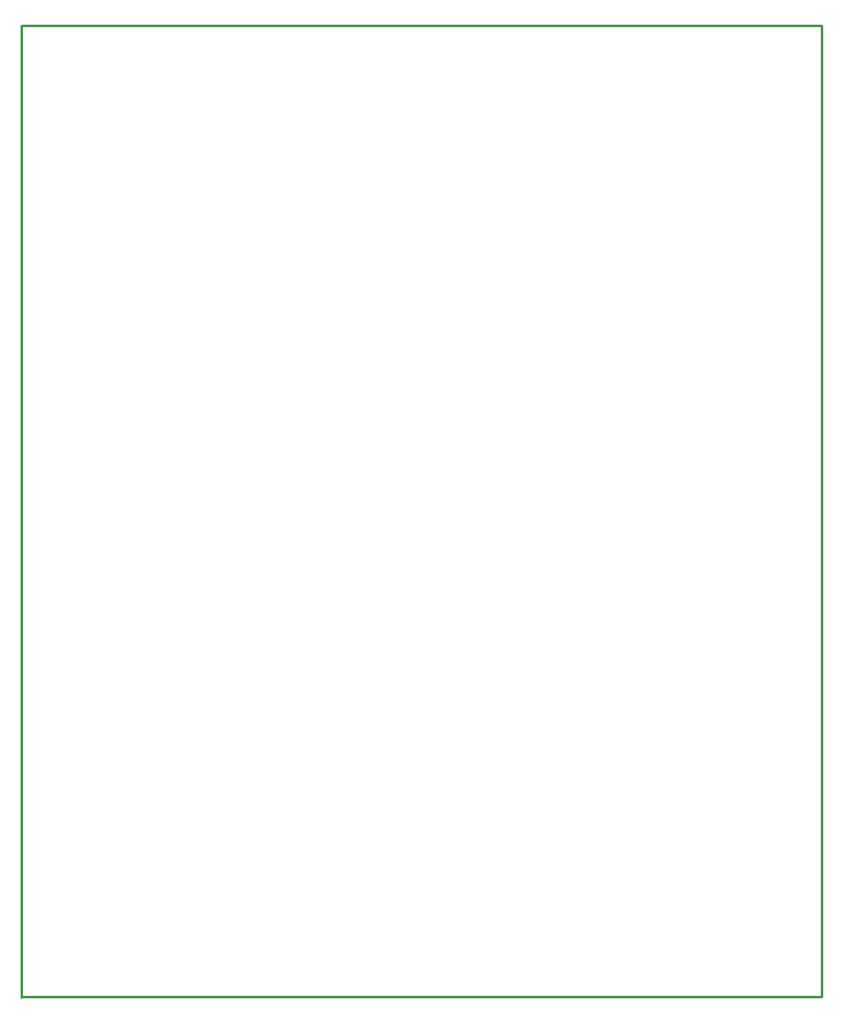
<source format=gko>
G04 Layer: BoardOutlineLayer*
G04 EasyEDA v6.5.12, 2022-08-14 18:20:48*
G04 2a177721641841d29097ea14f7d9b4fa,85f94b3334f644aba6dda46b10c31569,10*
G04 Gerber Generator version 0.2*
G04 Scale: 100 percent, Rotated: No, Reflected: No *
G04 Dimensions in millimeters *
G04 leading zeros omitted , absolute positions ,4 integer and 5 decimal *
%FSLAX45Y45*%
%MOMM*%

%ADD10C,0.2540*%
D10*
X0Y0D02*
G01*
X8229600Y0D01*
X8229600Y-9994900D01*
X5816600Y-9994900D01*
X8166100Y-9994900D02*
G01*
X0Y-9991100D01*
X0Y-9999997D02*
G01*
X0Y0D01*

%LPD*%
M02*

</source>
